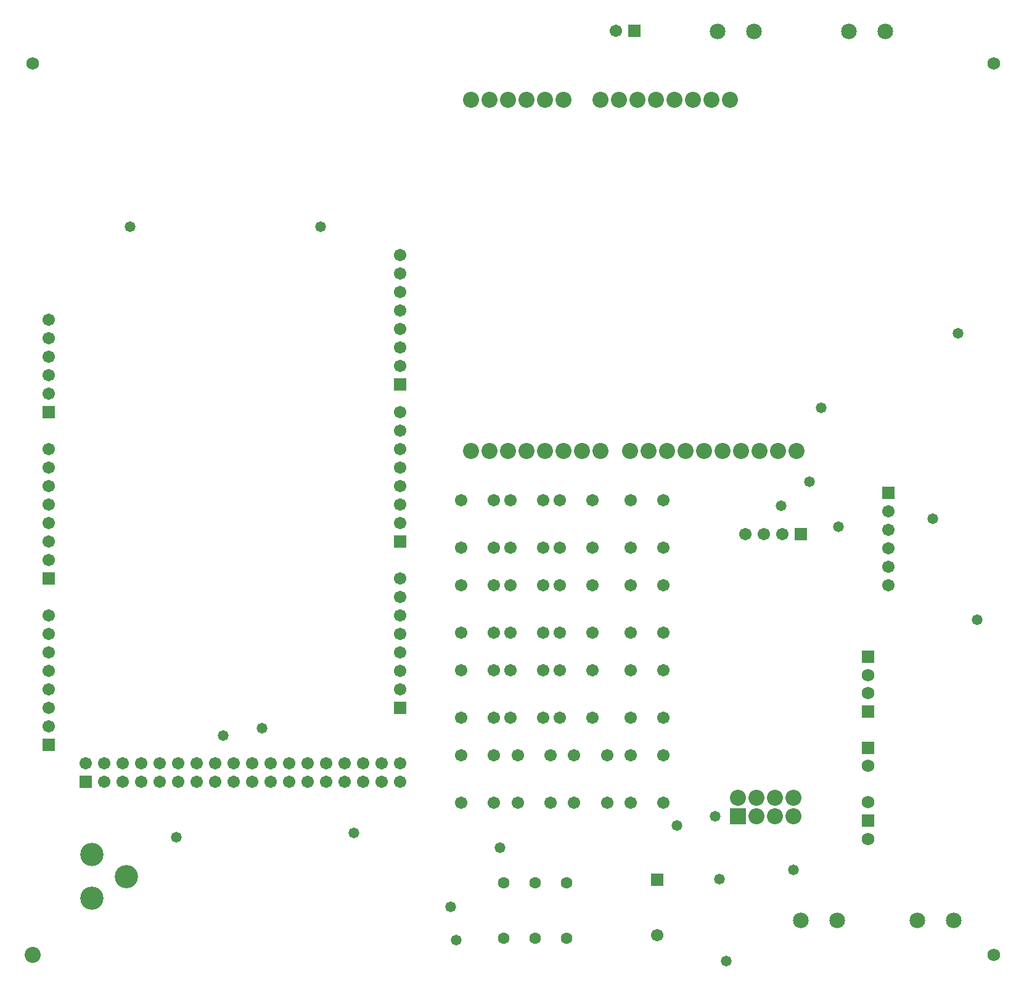
<source format=gbr>
%TF.GenerationSoftware,Altium Limited,Altium Designer,21.8.1 (53)*%
G04 Layer_Color=16711935*
%FSLAX43Y43*%
%MOMM*%
%TF.SameCoordinates,16DCEB66-4DAC-4E16-A6F7-90F727604106*%
%TF.FilePolarity,Negative*%
%TF.FileFunction,Soldermask,Bot*%
%TF.Part,Single*%
G01*
G75*
%TA.AperFunction,ComponentPad*%
%ADD28C,2.203*%
%ADD29R,2.203X2.203*%
%ADD30C,1.703*%
%ADD31R,1.703X1.703*%
%ADD32R,1.703X1.703*%
%ADD33C,2.153*%
%TA.AperFunction,ViaPad*%
%ADD34C,1.727*%
%ADD35C,2.203*%
%TA.AperFunction,ComponentPad*%
%ADD36C,3.203*%
%ADD37R,1.727X1.727*%
%ADD38C,1.727*%
%ADD39C,1.603*%
%TA.AperFunction,ViaPad*%
%ADD40C,1.473*%
D28*
X99937Y24562D02*
D03*
X102477Y22022D02*
D03*
Y24562D02*
D03*
X105017Y22022D02*
D03*
Y24562D02*
D03*
X107557Y22022D02*
D03*
Y24562D02*
D03*
X98780Y120550D02*
D03*
X96240D02*
D03*
X93700D02*
D03*
X91160D02*
D03*
X88620D02*
D03*
X86080D02*
D03*
X83540D02*
D03*
X81000D02*
D03*
X75920D02*
D03*
X73380D02*
D03*
X70840D02*
D03*
X68300D02*
D03*
X65760D02*
D03*
X63220D02*
D03*
X85064Y72290D02*
D03*
X87604D02*
D03*
X90144D02*
D03*
X92684D02*
D03*
X95224D02*
D03*
X97764D02*
D03*
X100304D02*
D03*
X102844D02*
D03*
X105384D02*
D03*
X107924D02*
D03*
X63220D02*
D03*
X65760D02*
D03*
X68300D02*
D03*
X70840D02*
D03*
X73380D02*
D03*
X75920D02*
D03*
X78460D02*
D03*
X81000D02*
D03*
D29*
X99937Y22022D02*
D03*
D30*
X40767Y29340D02*
D03*
Y26800D02*
D03*
X38227Y29340D02*
D03*
Y26800D02*
D03*
X50927Y29340D02*
D03*
Y26800D02*
D03*
X48387Y29340D02*
D03*
Y26800D02*
D03*
X45847Y29340D02*
D03*
Y26800D02*
D03*
X43307Y29340D02*
D03*
Y26800D02*
D03*
X30607Y29340D02*
D03*
Y26800D02*
D03*
X28067Y29340D02*
D03*
Y26800D02*
D03*
X5207Y87760D02*
D03*
Y82680D02*
D03*
Y80140D02*
D03*
Y85220D02*
D03*
X53467Y39500D02*
D03*
Y42040D02*
D03*
Y44580D02*
D03*
Y47120D02*
D03*
Y49660D02*
D03*
Y52200D02*
D03*
Y54740D02*
D03*
X5207Y90300D02*
D03*
X53467Y77600D02*
D03*
Y75060D02*
D03*
Y72520D02*
D03*
Y69980D02*
D03*
Y67440D02*
D03*
Y64900D02*
D03*
Y62360D02*
D03*
Y99190D02*
D03*
Y96650D02*
D03*
Y94110D02*
D03*
Y91570D02*
D03*
Y89030D02*
D03*
Y86490D02*
D03*
Y83950D02*
D03*
X5207Y49660D02*
D03*
Y47120D02*
D03*
Y44580D02*
D03*
Y42040D02*
D03*
Y39500D02*
D03*
Y36960D02*
D03*
Y34420D02*
D03*
Y72520D02*
D03*
Y69980D02*
D03*
Y67440D02*
D03*
Y64900D02*
D03*
Y62360D02*
D03*
Y59820D02*
D03*
Y57280D02*
D03*
X10287Y29340D02*
D03*
X12827Y26800D02*
D03*
Y29340D02*
D03*
X15367Y26800D02*
D03*
Y29340D02*
D03*
X17907Y26800D02*
D03*
Y29340D02*
D03*
X20447Y26800D02*
D03*
Y29340D02*
D03*
X22987Y26800D02*
D03*
Y29340D02*
D03*
X25527Y26800D02*
D03*
Y29340D02*
D03*
X33147Y26800D02*
D03*
Y29340D02*
D03*
X35687Y26800D02*
D03*
Y29340D02*
D03*
X53467Y26800D02*
D03*
Y29340D02*
D03*
X74153Y30460D02*
D03*
Y23960D02*
D03*
X69653Y30460D02*
D03*
Y23960D02*
D03*
X66401Y65512D02*
D03*
Y59012D02*
D03*
X61901Y65512D02*
D03*
Y59012D02*
D03*
X73153Y65512D02*
D03*
Y59012D02*
D03*
X68653Y65512D02*
D03*
Y59012D02*
D03*
X79905Y65512D02*
D03*
Y59012D02*
D03*
X75405Y65512D02*
D03*
Y59012D02*
D03*
X89657Y65512D02*
D03*
Y59012D02*
D03*
X85157Y65512D02*
D03*
Y59012D02*
D03*
X66401Y53828D02*
D03*
Y47328D02*
D03*
X61901Y53828D02*
D03*
Y47328D02*
D03*
X73153Y53828D02*
D03*
Y47328D02*
D03*
X68653Y53828D02*
D03*
Y47328D02*
D03*
X79905Y53828D02*
D03*
Y47328D02*
D03*
X75405Y53828D02*
D03*
Y47328D02*
D03*
X89657Y53828D02*
D03*
Y47328D02*
D03*
X85157Y53828D02*
D03*
Y47328D02*
D03*
X66401Y42144D02*
D03*
Y35644D02*
D03*
X61901Y42144D02*
D03*
Y35644D02*
D03*
X73153Y42144D02*
D03*
Y35644D02*
D03*
X68653Y42144D02*
D03*
Y35644D02*
D03*
X79905Y42144D02*
D03*
Y35644D02*
D03*
X75405Y42144D02*
D03*
Y35644D02*
D03*
X89657Y42144D02*
D03*
Y35644D02*
D03*
X85157Y42144D02*
D03*
Y35644D02*
D03*
X66401Y30460D02*
D03*
Y23960D02*
D03*
X61901Y30460D02*
D03*
Y23960D02*
D03*
X81905Y30460D02*
D03*
Y23960D02*
D03*
X77405Y30460D02*
D03*
Y23960D02*
D03*
X89657Y30460D02*
D03*
Y23960D02*
D03*
X85157Y30460D02*
D03*
Y23960D02*
D03*
X83110Y129985D02*
D03*
X88773Y5715D02*
D03*
X106030Y60849D02*
D03*
X120523Y64008D02*
D03*
Y58928D02*
D03*
Y61468D02*
D03*
Y56388D02*
D03*
Y53848D02*
D03*
X100950Y60849D02*
D03*
X103490D02*
D03*
D31*
X53467Y36960D02*
D03*
X5207Y77600D02*
D03*
X53467Y59820D02*
D03*
Y81410D02*
D03*
X5207Y31880D02*
D03*
Y54740D02*
D03*
X88773Y13335D02*
D03*
X120523Y66548D02*
D03*
D32*
X10287Y26800D02*
D03*
X85650Y129985D02*
D03*
X108570Y60849D02*
D03*
D33*
X120122Y129950D02*
D03*
X115122D02*
D03*
X102122D02*
D03*
X97122D02*
D03*
X129500Y7747D02*
D03*
X124500D02*
D03*
X108500D02*
D03*
X113500D02*
D03*
D34*
X3000Y125500D02*
D03*
X135000D02*
D03*
Y3000D02*
D03*
D35*
X3000D02*
D03*
D36*
X11176Y10795D02*
D03*
X15876Y13795D02*
D03*
X11176Y16795D02*
D03*
D37*
X117729Y31463D02*
D03*
Y21463D02*
D03*
Y43963D02*
D03*
Y36463D02*
D03*
D38*
Y23963D02*
D03*
Y18963D02*
D03*
Y28963D02*
D03*
Y41463D02*
D03*
Y38963D02*
D03*
D39*
X72009Y12954D02*
D03*
Y5334D02*
D03*
X76327D02*
D03*
Y12954D02*
D03*
X67691Y5334D02*
D03*
Y12954D02*
D03*
D40*
X60480Y9610D02*
D03*
X67183Y17780D02*
D03*
X91515Y20760D02*
D03*
X111345Y78165D02*
D03*
X61240Y5060D02*
D03*
X98298Y2159D02*
D03*
X97370Y13455D02*
D03*
X130130Y88435D02*
D03*
X132768Y49096D02*
D03*
X126615Y62970D02*
D03*
X109680Y68035D02*
D03*
X96774Y22098D02*
D03*
X105791Y64770D02*
D03*
X113665Y61849D02*
D03*
X16383Y103124D02*
D03*
X42545D02*
D03*
X29210Y33147D02*
D03*
X107557Y14720D02*
D03*
X34544Y34163D02*
D03*
X47117Y19812D02*
D03*
X22733Y19177D02*
D03*
%TF.MD5,c72920650a268d9d3410a57e0abc856b*%
M02*

</source>
